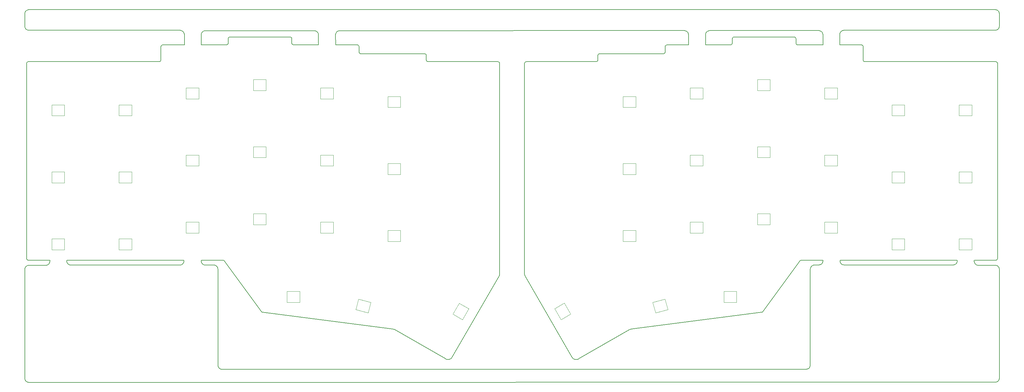
<source format=gm1>
G04 #@! TF.GenerationSoftware,KiCad,Pcbnew,8.0.5*
G04 #@! TF.CreationDate,2024-09-23T11:12:13+08:00*
G04 #@! TF.ProjectId,corne-cherry,636f726e-652d-4636-9865-7272792e6b69,3.0.1*
G04 #@! TF.SameCoordinates,Original*
G04 #@! TF.FileFunction,Profile,NP*
%FSLAX46Y46*%
G04 Gerber Fmt 4.6, Leading zero omitted, Abs format (unit mm)*
G04 Created by KiCad (PCBNEW 8.0.5) date 2024-09-23 11:12:13*
%MOMM*%
%LPD*%
G01*
G04 APERTURE LIST*
G04 #@! TA.AperFunction,Profile*
%ADD10C,0.200000*%
G04 #@! TD*
%ADD11C,0.200000*%
G04 #@! TA.AperFunction,Profile*
%ADD12C,0.120000*%
G04 #@! TD*
G04 APERTURE END LIST*
D10*
X17807500Y-83020309D02*
X17812500Y-83250000D01*
X17812500Y-83250000D02*
X17812300Y-83252000D01*
X17812300Y-83252000D02*
X17812300Y-83252000D01*
X17812300Y-83252000D02*
X17789600Y-83483000D01*
X17789600Y-83483000D02*
X17789600Y-83483000D01*
X17789600Y-83483000D02*
X17789600Y-83483000D01*
X17789600Y-83483000D02*
X17789600Y-83484000D01*
X17789600Y-83484000D02*
X17788600Y-83488000D01*
X17788600Y-83488000D02*
X17787700Y-83493000D01*
X17787700Y-83493000D02*
X17720800Y-83714000D01*
X17720800Y-83714000D02*
X17720600Y-83715000D01*
X17720600Y-83715000D02*
X17718800Y-83719000D01*
X17718800Y-83719000D02*
X17717000Y-83724000D01*
X17717000Y-83724000D02*
X17608200Y-83928000D01*
X17608200Y-83928000D02*
X17607900Y-83929000D01*
X17607900Y-83929000D02*
X17605400Y-83932000D01*
X17605400Y-83932000D02*
X17602800Y-83936000D01*
X17602800Y-83936000D02*
X17456400Y-84116000D01*
X17456400Y-84116000D02*
X17456400Y-84116000D01*
X17456400Y-84116000D02*
X17456400Y-84116000D01*
X17456400Y-84116000D02*
X17455900Y-84116000D01*
X17455900Y-84116000D02*
X17452700Y-84120000D01*
X17452700Y-84120000D02*
X17449500Y-84123000D01*
X17449500Y-84123000D02*
X17270900Y-84271000D01*
X17270900Y-84271000D02*
X17270400Y-84271000D01*
X17270400Y-84271000D02*
X17266600Y-84273000D01*
X17266600Y-84273000D02*
X17262800Y-84276000D01*
X17262800Y-84276000D02*
X17059000Y-84386000D01*
X17059000Y-84386000D02*
X17059000Y-84386000D01*
X17059000Y-84386000D02*
X17059000Y-84386000D01*
X17059000Y-84386000D02*
X17058300Y-84387000D01*
X17058300Y-84387000D02*
X17054200Y-84388000D01*
X17054200Y-84388000D02*
X17050000Y-84390000D01*
X17050000Y-84390000D02*
X16828600Y-84459000D01*
X16828600Y-84459000D02*
X16827900Y-84459000D01*
X16827900Y-84459000D02*
X16823500Y-84460000D01*
X16823500Y-84460000D02*
X16819000Y-84460000D01*
X16819000Y-84460000D02*
X16588500Y-84485000D01*
X16588500Y-84485000D02*
X16587800Y-84485000D01*
X16587800Y-84485000D02*
X16585600Y-84485000D01*
X16585600Y-84485000D02*
X16583500Y-84485000D01*
X16583500Y-84485000D02*
X16577500Y-84485000D01*
X16577500Y-84485000D02*
X16577400Y-84485000D01*
X16577400Y-84485000D02*
X11825200Y-84485000D01*
X11825200Y-84485000D02*
X11819400Y-84485000D01*
X11819400Y-84485000D02*
X11596300Y-84508000D01*
X11596300Y-84508000D02*
X11384300Y-84574000D01*
X11384300Y-84574000D02*
X11189100Y-84680000D01*
X11189100Y-84680000D02*
X11018000Y-84821000D01*
X11018000Y-84821000D02*
X10877800Y-84993000D01*
X10877800Y-84993000D02*
X10773600Y-85189000D01*
X10773600Y-85189000D02*
X10709400Y-85402000D01*
X10709400Y-85402000D02*
X10687500Y-85625000D01*
X10687500Y-116497000D02*
X10687500Y-116503000D01*
X10687500Y-116503000D02*
X10711000Y-116726000D01*
X10711000Y-116726000D02*
X10776600Y-116938000D01*
X10776600Y-116938000D02*
X10882200Y-117133000D01*
X10882200Y-117133000D02*
X11023600Y-117304000D01*
X11023600Y-117304000D02*
X11195700Y-117445000D01*
X11195700Y-117445000D02*
X11391600Y-117549000D01*
X11391600Y-117549000D02*
X11604100Y-117613000D01*
X11604100Y-117613000D02*
X11827400Y-117635000D01*
X11827400Y-117635000D02*
X285057500Y-117626000D01*
X285055500Y-12038500D02*
X11825200Y-12047500D01*
X11825200Y-12047500D02*
X11819400Y-12047500D01*
X11819400Y-12047500D02*
X11596300Y-12071000D01*
X11596300Y-12071000D02*
X11384300Y-12136600D01*
X11384300Y-12136600D02*
X11189100Y-12242200D01*
X11189100Y-12242200D02*
X11018000Y-12383700D01*
X11018000Y-12383700D02*
X10877800Y-12555700D01*
X10877800Y-12555700D02*
X10773600Y-12751600D01*
X10773600Y-12751600D02*
X10709400Y-12964100D01*
X10709400Y-12964100D02*
X10687500Y-13187500D01*
X10687500Y-13187500D02*
X10687500Y-16747300D01*
X10687500Y-16747300D02*
X10687500Y-16753100D01*
X10687500Y-16753100D02*
X10711000Y-16976200D01*
X10711000Y-16976200D02*
X10776600Y-17188200D01*
X10776600Y-17188200D02*
X10882200Y-17383500D01*
X10882200Y-17383500D02*
X11023600Y-17554500D01*
X11023600Y-17554500D02*
X11195700Y-17694800D01*
X11195700Y-17694800D02*
X11391600Y-17799000D01*
X11391600Y-17799000D02*
X11604100Y-17863100D01*
X11604100Y-17863100D02*
X11827400Y-17885000D01*
X11827400Y-17885000D02*
X54577400Y-17885000D01*
X54577400Y-17885000D02*
X54579900Y-17885300D01*
X54579900Y-17885300D02*
X54579900Y-17885300D01*
X54579900Y-17885300D02*
X54810500Y-17907900D01*
X54810500Y-17907900D02*
X54810500Y-17907900D01*
X54810500Y-17907900D02*
X54810500Y-17907900D01*
X54810500Y-17907900D02*
X54811200Y-17907900D01*
X54811200Y-17907900D02*
X54815600Y-17908900D01*
X54815600Y-17908900D02*
X54820100Y-17909800D01*
X54820100Y-17909800D02*
X55042000Y-17976800D01*
X55042000Y-17976800D02*
X55042600Y-17977000D01*
X55042600Y-17977000D02*
X55046800Y-17978700D01*
X55046800Y-17978700D02*
X55051000Y-17980500D01*
X55051000Y-17980500D02*
X55255600Y-18089300D01*
X55255600Y-18089300D02*
X55255600Y-18089300D01*
X55255600Y-18089300D02*
X55255600Y-18089300D01*
X55255600Y-18089300D02*
X55256200Y-18089600D01*
X55256200Y-18089600D02*
X55260000Y-18092200D01*
X55260000Y-18092200D02*
X55263800Y-18094700D01*
X55263800Y-18094700D02*
X55443400Y-18241200D01*
X55443400Y-18241200D02*
X55443900Y-18241600D01*
X55443900Y-18241600D02*
X55447000Y-18244800D01*
X55447000Y-18244800D02*
X55450300Y-18248000D01*
X55450300Y-18248000D02*
X55598000Y-18426600D01*
X55598000Y-18426600D02*
X55598400Y-18427100D01*
X55598400Y-18427100D02*
X55600900Y-18430900D01*
X55600900Y-18430900D02*
X55603500Y-18434700D01*
X55603500Y-18434700D02*
X55713700Y-18638600D01*
X55713700Y-18638600D02*
X55713700Y-18638600D01*
X55713700Y-18638600D02*
X55713700Y-18638600D01*
X55713700Y-18638600D02*
X55714000Y-18639200D01*
X55714000Y-18639200D02*
X55715700Y-18643400D01*
X55715700Y-18643400D02*
X55717500Y-18647600D01*
X55717500Y-18647600D02*
X55786000Y-18869000D01*
X55786000Y-18869000D02*
X55786200Y-18869600D01*
X55786200Y-18869600D02*
X55787100Y-18874100D01*
X55787100Y-18874100D02*
X55788000Y-18878500D01*
X55788000Y-18878500D02*
X55812200Y-19109000D01*
X55812200Y-19109000D02*
X55812300Y-19109700D01*
X55812300Y-19109700D02*
X55812200Y-19111900D01*
X55812200Y-19111900D02*
X55812500Y-19114100D01*
X55812500Y-19114100D02*
X55812500Y-19120000D01*
X55812500Y-19120000D02*
X55812500Y-19120100D01*
X55812500Y-19120100D02*
X55817500Y-22020252D01*
X60557500Y-83021073D02*
X60562500Y-83247000D01*
X60562500Y-83247000D02*
X60562500Y-83253000D01*
X60562500Y-83253000D02*
X60586000Y-83476000D01*
X60586000Y-83476000D02*
X60651600Y-83688000D01*
X60651600Y-83688000D02*
X60757200Y-83883000D01*
X60757200Y-83883000D02*
X60898600Y-84054000D01*
X60898600Y-84054000D02*
X61070700Y-84195000D01*
X61070700Y-84195000D02*
X61266600Y-84299000D01*
X61266600Y-84299000D02*
X61479100Y-84363000D01*
X61479100Y-84363000D02*
X61702400Y-84385000D01*
X61702400Y-84385000D02*
X64077400Y-84385000D01*
X64077400Y-84385000D02*
X64079900Y-84385000D01*
X64079900Y-84385000D02*
X64079900Y-84385000D01*
X64079900Y-84385000D02*
X64310500Y-84408000D01*
X64310500Y-84408000D02*
X64310500Y-84408000D01*
X64310500Y-84408000D02*
X64310500Y-84408000D01*
X64310500Y-84408000D02*
X64311200Y-84408000D01*
X64311200Y-84408000D02*
X64315600Y-84409000D01*
X64315600Y-84409000D02*
X64320100Y-84410000D01*
X64320100Y-84410000D02*
X64542000Y-84477000D01*
X64542000Y-84477000D02*
X64542599Y-84477000D01*
X64542599Y-84477000D02*
X64546800Y-84479000D01*
X64546800Y-84479000D02*
X64551000Y-84480000D01*
X64551000Y-84480000D02*
X64755600Y-84589000D01*
X64755600Y-84589000D02*
X64755600Y-84589000D01*
X64755600Y-84589000D02*
X64755600Y-84589000D01*
X64755600Y-84589000D02*
X64756199Y-84590000D01*
X64756199Y-84590000D02*
X64759999Y-84592000D01*
X64759999Y-84592000D02*
X64763800Y-84595000D01*
X64763800Y-84595000D02*
X64943400Y-84741000D01*
X64943400Y-84741000D02*
X64943900Y-84742000D01*
X64943900Y-84742000D02*
X64947000Y-84745000D01*
X64947000Y-84745000D02*
X64950300Y-84748000D01*
X64950300Y-84748000D02*
X65098000Y-84927000D01*
X65098000Y-84927000D02*
X65098400Y-84927000D01*
X65098400Y-84927000D02*
X65100900Y-84931000D01*
X65100900Y-84931000D02*
X65103500Y-84935000D01*
X65103500Y-84935000D02*
X65213700Y-85139000D01*
X65213700Y-85139000D02*
X65213700Y-85139000D01*
X65213700Y-85139000D02*
X65213700Y-85139000D01*
X65213700Y-85139000D02*
X65214000Y-85139000D01*
X65214000Y-85139000D02*
X65215700Y-85143000D01*
X65215700Y-85143000D02*
X65217500Y-85148000D01*
X65217500Y-85148000D02*
X65286000Y-85369000D01*
X65286000Y-85369000D02*
X65286200Y-85370000D01*
X65286200Y-85370000D02*
X65287100Y-85374000D01*
X65287100Y-85374000D02*
X65288000Y-85379000D01*
X65288000Y-85379000D02*
X65312200Y-85609000D01*
X65312200Y-85609000D02*
X65312300Y-85610000D01*
X65312300Y-85610000D02*
X65312200Y-85612000D01*
X65312200Y-85612000D02*
X65312500Y-85614000D01*
X65312500Y-85614000D02*
X65312500Y-85620000D01*
X65312500Y-85620000D02*
X65312500Y-85620000D01*
X65312500Y-85620000D02*
X65312500Y-112797000D01*
X65312500Y-112797000D02*
X65312500Y-112803000D01*
X65312500Y-112803000D02*
X65336000Y-113026000D01*
X65336000Y-113026000D02*
X65401600Y-113238000D01*
X65401600Y-113238000D02*
X65507200Y-113433000D01*
X65507200Y-113433000D02*
X65648600Y-113604000D01*
X65648600Y-113604000D02*
X65820700Y-113745000D01*
X65820700Y-113745000D02*
X66016600Y-113849000D01*
X66016600Y-113849000D02*
X66229100Y-113913000D01*
X66229100Y-113913000D02*
X66452400Y-113935000D01*
X66454500Y-113934000D02*
X231619500Y-113926000D01*
X197180500Y-17976000D02*
X99700500Y-17985000D01*
X99700500Y-17985000D02*
X99694500Y-17985000D01*
X99694500Y-17985000D02*
X99471500Y-18008500D01*
X99471500Y-18008500D02*
X99259500Y-18074100D01*
X99259500Y-18074100D02*
X99064500Y-18179700D01*
X99064500Y-18179700D02*
X98893500Y-18321200D01*
X98893500Y-18321200D02*
X98752500Y-18493200D01*
X98752500Y-18493200D02*
X98648500Y-18689100D01*
X98648500Y-18689100D02*
X98584500Y-18901600D01*
X98584500Y-18901600D02*
X98562500Y-19125000D01*
X98562500Y-19125000D02*
X98567500Y-22018729D01*
X22567500Y-83020309D02*
X22562500Y-83247000D01*
X22562500Y-83247000D02*
X22562500Y-83253000D01*
X22562500Y-83253000D02*
X22586000Y-83476000D01*
X22586000Y-83476000D02*
X22651600Y-83688000D01*
X22651600Y-83688000D02*
X22757200Y-83883000D01*
X22757200Y-83883000D02*
X22898600Y-84054000D01*
X22898600Y-84054000D02*
X23070700Y-84195000D01*
X23070700Y-84195000D02*
X23266600Y-84299000D01*
X23266600Y-84299000D02*
X23479100Y-84363000D01*
X23479100Y-84363000D02*
X23702400Y-84385000D01*
X23702400Y-84385000D02*
X54574800Y-84385000D01*
X54574800Y-84385000D02*
X54580600Y-84385000D01*
X54580600Y-84385000D02*
X54803700Y-84362000D01*
X54803700Y-84362000D02*
X55015700Y-84296000D01*
X55015700Y-84296000D02*
X55210900Y-84190000D01*
X55210900Y-84190000D02*
X55382000Y-84049000D01*
X55382000Y-84049000D02*
X55522200Y-83877000D01*
X55522200Y-83877000D02*
X55626400Y-83681000D01*
X55626400Y-83681000D02*
X55690600Y-83468000D01*
X55690600Y-83468000D02*
X55712500Y-83245000D01*
X55712500Y-83245000D02*
X55717500Y-83020309D01*
X93727500Y-22020252D02*
X93712500Y-19122700D01*
X93712500Y-19122700D02*
X93712500Y-19116900D01*
X93712500Y-19116900D02*
X93689000Y-18893800D01*
X93689000Y-18893800D02*
X93623400Y-18681800D01*
X93623400Y-18681800D02*
X93517800Y-18486600D01*
X93517800Y-18486600D02*
X93376300Y-18315600D01*
X93376300Y-18315600D02*
X93204300Y-18175300D01*
X93204300Y-18175300D02*
X93008400Y-18071100D01*
X93008400Y-18071100D02*
X92795900Y-18006900D01*
X92795900Y-18006900D02*
X92572600Y-17985000D01*
X92572600Y-17985000D02*
X61700200Y-17985000D01*
X61700200Y-17985000D02*
X61694400Y-17985000D01*
X61694400Y-17985000D02*
X61471300Y-18008500D01*
X61471300Y-18008500D02*
X61259300Y-18074100D01*
X61259300Y-18074100D02*
X61064100Y-18179700D01*
X61064100Y-18179700D02*
X60893000Y-18321200D01*
X60893000Y-18321200D02*
X60752800Y-18493200D01*
X60752800Y-18493200D02*
X60648600Y-18689100D01*
X60648600Y-18689100D02*
X60584400Y-18901600D01*
X60584400Y-18901600D02*
X60562500Y-19125000D01*
X60562500Y-19125000D02*
X60577500Y-22018729D01*
X10687500Y-85625000D02*
X10687500Y-116497000D01*
X236317500Y-22026729D02*
X236319500Y-19113700D01*
X236319500Y-19113700D02*
X236319500Y-19107900D01*
X236319500Y-19107900D02*
X236296500Y-18884800D01*
X236296500Y-18884800D02*
X236230500Y-18672800D01*
X236230500Y-18672800D02*
X236125500Y-18477600D01*
X236125500Y-18477600D02*
X235983500Y-18306600D01*
X235983500Y-18306600D02*
X235811500Y-18166300D01*
X235811500Y-18166300D02*
X235615500Y-18062100D01*
X235615500Y-18062100D02*
X235403500Y-17997900D01*
X235403500Y-17997900D02*
X235180500Y-17976000D01*
X235180500Y-17976000D02*
X204307500Y-17976000D01*
X204307500Y-17976000D02*
X204301500Y-17976000D01*
X204301500Y-17976000D02*
X204078500Y-17999500D01*
X204078500Y-17999500D02*
X203866500Y-18065100D01*
X203866500Y-18065100D02*
X203671500Y-18170700D01*
X203671500Y-18170700D02*
X203500500Y-18312200D01*
X203500500Y-18312200D02*
X203360500Y-18484200D01*
X203360500Y-18484200D02*
X203256500Y-18680100D01*
X203256500Y-18680100D02*
X203191500Y-18892600D01*
X203191500Y-18892600D02*
X203170500Y-19116000D01*
X203170500Y-19116000D02*
X203167500Y-22028252D01*
X280302500Y-84476000D02*
X280071500Y-84453000D01*
X285864500Y-117290000D02*
X286004500Y-117118000D01*
X197811500Y-18166300D02*
X197615500Y-18062100D01*
X197983500Y-18306600D02*
X197811500Y-18166300D01*
X286194500Y-85608000D02*
X286195500Y-116486000D01*
X198327500Y-22026729D02*
X198319500Y-19113700D01*
X198319500Y-19113700D02*
X198319500Y-19107900D01*
X198319500Y-19107900D02*
X198296500Y-18884800D01*
X198296500Y-18884800D02*
X198230500Y-18672800D01*
X198230500Y-18672800D02*
X198125500Y-18477600D01*
X198125500Y-18477600D02*
X197983500Y-18306600D01*
X197615500Y-18062100D02*
X197403500Y-17997900D01*
X197403500Y-17997900D02*
X197180500Y-17976000D01*
X241177500Y-83027309D02*
X241170500Y-83238000D01*
X241170500Y-83238000D02*
X241170500Y-83244000D01*
X241170500Y-83244000D02*
X241193500Y-83467000D01*
X241193500Y-83467000D02*
X241259500Y-83679000D01*
X241259500Y-83679000D02*
X241364500Y-83874000D01*
X241364500Y-83874000D02*
X241506500Y-84045000D01*
X241506500Y-84045000D02*
X241678500Y-84186000D01*
X241678500Y-84186000D02*
X241874500Y-84290000D01*
X241874500Y-84290000D02*
X242086500Y-84354000D01*
X242086500Y-84354000D02*
X242309500Y-84376000D01*
X242309500Y-84376000D02*
X273182500Y-84376000D01*
X273182500Y-84376000D02*
X273188500Y-84376000D01*
X273188500Y-84376000D02*
X273411500Y-84353000D01*
X273411500Y-84353000D02*
X273623500Y-84287000D01*
X273623500Y-84287000D02*
X273818500Y-84181000D01*
X273818500Y-84181000D02*
X273989500Y-84040000D01*
X273989500Y-84040000D02*
X274129500Y-83868000D01*
X274129500Y-83868000D02*
X274233500Y-83672000D01*
X274233500Y-83672000D02*
X274298500Y-83459000D01*
X274298500Y-83459000D02*
X274319500Y-83236000D01*
X274319500Y-83236000D02*
X274327500Y-83027309D01*
X231619500Y-113926000D02*
X231625500Y-113926000D01*
X231625500Y-113926000D02*
X231848500Y-113903000D01*
X231848500Y-113903000D02*
X232060500Y-113837000D01*
X232060500Y-113837000D02*
X232255500Y-113731000D01*
X232255500Y-113731000D02*
X232426500Y-113590000D01*
X232426500Y-113590000D02*
X232567500Y-113418000D01*
X232567500Y-113418000D02*
X232671500Y-113222000D01*
X232671500Y-113222000D02*
X232735500Y-113009000D01*
X232735500Y-113009000D02*
X232757500Y-112786000D01*
X232757500Y-112786000D02*
X232757500Y-85611000D01*
X232757500Y-85611000D02*
X232757500Y-85609000D01*
X232757500Y-85609000D02*
X232757500Y-85609000D01*
X232757500Y-85609000D02*
X232780500Y-85378000D01*
X232780500Y-85378000D02*
X232780500Y-85378000D01*
X232780500Y-85378000D02*
X232780500Y-85378000D01*
X232780500Y-85378000D02*
X232780500Y-85377000D01*
X232780500Y-85377000D02*
X232781500Y-85373000D01*
X232781500Y-85373000D02*
X232782500Y-85368000D01*
X232782500Y-85368000D02*
X232849500Y-85147000D01*
X232849500Y-85147000D02*
X232849500Y-85146000D01*
X232849500Y-85146000D02*
X232851500Y-85142000D01*
X232851500Y-85142000D02*
X232852500Y-85138000D01*
X232852500Y-85138000D02*
X232961500Y-84933000D01*
X232961500Y-84933000D02*
X232961500Y-84933000D01*
X232961500Y-84933000D02*
X232961500Y-84933000D01*
X232961500Y-84933000D02*
X232962500Y-84932000D01*
X232962500Y-84932000D02*
X232964500Y-84929000D01*
X232964500Y-84929000D02*
X232967500Y-84925000D01*
X232967500Y-84925000D02*
X233113500Y-84745000D01*
X233113500Y-84745000D02*
X233114500Y-84745000D01*
X233114500Y-84745000D02*
X233117500Y-84741000D01*
X233117500Y-84741000D02*
X233120500Y-84738000D01*
X233120500Y-84738000D02*
X233299500Y-84591000D01*
X233299500Y-84591000D02*
X233299500Y-84590000D01*
X233299500Y-84590000D02*
X233303500Y-84588000D01*
X233303500Y-84588000D02*
X233307500Y-84585000D01*
X233307500Y-84585000D02*
X233511500Y-84475000D01*
X233511500Y-84475000D02*
X233511500Y-84475000D01*
X233511500Y-84475000D02*
X233511500Y-84475000D01*
X233511500Y-84475000D02*
X233511500Y-84474000D01*
X233511500Y-84474000D02*
X233515500Y-84473000D01*
X233515500Y-84473000D02*
X233520500Y-84471000D01*
X233520500Y-84471000D02*
X233741500Y-84403000D01*
X233741500Y-84403000D02*
X233741500Y-84403000D01*
X233741500Y-84403000D02*
X233742500Y-84402000D01*
X233742500Y-84402000D02*
X233746500Y-84401000D01*
X233746500Y-84401000D02*
X233750500Y-84401000D01*
X233750500Y-84401000D02*
X233981500Y-84376000D01*
X233981500Y-84376000D02*
X233982500Y-84376000D01*
X233982500Y-84376000D02*
X233984500Y-84376000D01*
X233984500Y-84376000D02*
X233986500Y-84376000D01*
X233986500Y-84376000D02*
X233992500Y-84376000D01*
X233992500Y-84376000D02*
X233992500Y-84376000D01*
X233992500Y-84376000D02*
X235182500Y-84376000D01*
X235182500Y-84376000D02*
X235188500Y-84376000D01*
X235188500Y-84376000D02*
X235411500Y-84353000D01*
X235411500Y-84353000D02*
X235623500Y-84287000D01*
X235623500Y-84287000D02*
X235818500Y-84181000D01*
X235818500Y-84181000D02*
X235989500Y-84040000D01*
X235989500Y-84040000D02*
X236129500Y-83868000D01*
X236129500Y-83868000D02*
X236233500Y-83672000D01*
X236233500Y-83672000D02*
X236298500Y-83459000D01*
X236298500Y-83459000D02*
X236320500Y-83236000D01*
X236320500Y-83236000D02*
X236327500Y-83028073D01*
X241092500Y-18877300D02*
X241093500Y-18872900D01*
X241093500Y-18872900D02*
X241094500Y-18868400D01*
X241094500Y-18868400D02*
X241161500Y-18646500D01*
X241161500Y-18646500D02*
X241161500Y-18645900D01*
X241161500Y-18645900D02*
X241163500Y-18641700D01*
X241163500Y-18641700D02*
X241165500Y-18637500D01*
X241165500Y-18637500D02*
X241274500Y-18432900D01*
X241274500Y-18432900D02*
X241274500Y-18432900D01*
X241274500Y-18432900D02*
X241274500Y-18432900D01*
X241274500Y-18432900D02*
X241274500Y-18432300D01*
X241274500Y-18432300D02*
X241277500Y-18428500D01*
X241277500Y-18428500D02*
X241279500Y-18424800D01*
X241279500Y-18424800D02*
X241426500Y-18245200D01*
X241426500Y-18245200D02*
X241426500Y-18244600D01*
X241426500Y-18244600D02*
X241429500Y-18241500D01*
X241429500Y-18241500D02*
X241433500Y-18238200D01*
X241433500Y-18238200D02*
X241611500Y-18090500D01*
X241611500Y-18090500D02*
X241612500Y-18090100D01*
X241612500Y-18090100D02*
X241615500Y-18087600D01*
X241615500Y-18087600D02*
X241619500Y-18085100D01*
X241619500Y-18085100D02*
X241823500Y-17974800D01*
X241823500Y-17974800D02*
X241823500Y-17974800D01*
X241823500Y-17974800D02*
X241823500Y-17974800D01*
X241823500Y-17974800D02*
X241824500Y-17974500D01*
X241824500Y-17974500D02*
X241828500Y-17972800D01*
X241828500Y-17972800D02*
X241832500Y-17971000D01*
X241832500Y-17971000D02*
X242053500Y-17902500D01*
X242053500Y-17902500D02*
X242053500Y-17902500D01*
X242053500Y-17902500D02*
X242054500Y-17902300D01*
X242054500Y-17902300D02*
X242059500Y-17901500D01*
X242059500Y-17901500D02*
X242063500Y-17900500D01*
X242063500Y-17900500D02*
X242293500Y-17876300D01*
X242293500Y-17876300D02*
X242294500Y-17876300D01*
X242294500Y-17876300D02*
X242296500Y-17876300D01*
X242296500Y-17876300D02*
X242299500Y-17876000D01*
X242299500Y-17876000D02*
X242304500Y-17876000D01*
X242304500Y-17876000D02*
X242305500Y-17876000D01*
X242305500Y-17876000D02*
X285057500Y-17876000D01*
X285057500Y-17876000D02*
X285063500Y-17876000D01*
X285063500Y-17876000D02*
X285286500Y-17852600D01*
X285286500Y-17852600D02*
X285498500Y-17786900D01*
X285498500Y-17786900D02*
X285693500Y-17681400D01*
X285693500Y-17681400D02*
X285864500Y-17539900D01*
X285864500Y-17539900D02*
X286004500Y-17367900D01*
X286004500Y-17367900D02*
X286108500Y-17171900D01*
X286108500Y-17171900D02*
X286173500Y-16959400D01*
X286173500Y-16959400D02*
X286195500Y-16736100D01*
X286195500Y-16736100D02*
X286194500Y-13176200D01*
X286194500Y-13176200D02*
X286194500Y-13170400D01*
X286194500Y-13170400D02*
X286171500Y-12947300D01*
X286171500Y-12947300D02*
X286105500Y-12735300D01*
X286105500Y-12735300D02*
X286000500Y-12540100D01*
X286000500Y-12540100D02*
X285858500Y-12369100D01*
X285858500Y-12369100D02*
X285686500Y-12228800D01*
X285686500Y-12228800D02*
X285490500Y-12124600D01*
X285490500Y-12124600D02*
X285278500Y-12060400D01*
X285278500Y-12060400D02*
X285055500Y-12038500D01*
X241077500Y-22028252D02*
X241069500Y-19111100D01*
X241069500Y-19111100D02*
X241070500Y-19108600D01*
X241070500Y-19108600D02*
X241092500Y-18878000D01*
X241092500Y-18878000D02*
X241092500Y-18878000D01*
X241092500Y-18878000D02*
X241092500Y-18878000D01*
X241092500Y-18878000D02*
X241092500Y-18877300D01*
X279070500Y-83251000D02*
X279070500Y-83249000D01*
X279070500Y-83249000D02*
X279070500Y-83247000D01*
X279070500Y-83247000D02*
X279070500Y-83241000D01*
X279070500Y-83241000D02*
X279069500Y-83241000D01*
X279069500Y-83241000D02*
X279077500Y-83028073D01*
X279165500Y-83713000D02*
X279096500Y-83492000D01*
X279096500Y-83492000D02*
X279096500Y-83491000D01*
X279096500Y-83491000D02*
X279095500Y-83487000D01*
X279095500Y-83487000D02*
X279094500Y-83483000D01*
X279094500Y-83483000D02*
X279070500Y-83252000D01*
X279070500Y-83252000D02*
X279070500Y-83251000D01*
X285057500Y-117626000D02*
X285063500Y-117626000D01*
X285063500Y-117626000D02*
X285286500Y-117603000D01*
X285286500Y-117603000D02*
X285498500Y-117537000D01*
X285498500Y-117537000D02*
X285693500Y-117431000D01*
X285693500Y-117431000D02*
X285864500Y-117290000D01*
X286004500Y-117118000D02*
X286108500Y-116922000D01*
X286108500Y-116922000D02*
X286173500Y-116709000D01*
X286173500Y-116709000D02*
X286195500Y-116486000D01*
X286194500Y-85608000D02*
X286171500Y-85385000D01*
X286171500Y-85385000D02*
X286105500Y-85173000D01*
X286105500Y-85173000D02*
X286000500Y-84978000D01*
X286000500Y-84978000D02*
X285858500Y-84807000D01*
X285858500Y-84807000D02*
X285686500Y-84666000D01*
X285686500Y-84666000D02*
X285490500Y-84562000D01*
X285490500Y-84562000D02*
X285278500Y-84498000D01*
X285278500Y-84498000D02*
X285055500Y-84476000D01*
X285055500Y-84476000D02*
X280305500Y-84476000D01*
X280305500Y-84476000D02*
X280302500Y-84476000D01*
X280302500Y-84476000D02*
X280302500Y-84476000D01*
X280071500Y-84453000D02*
X280071500Y-84453000D01*
X280071500Y-84453000D02*
X280071500Y-84453000D01*
X280071500Y-84453000D02*
X280071500Y-84453000D01*
X280071500Y-84453000D02*
X280066500Y-84452000D01*
X280066500Y-84452000D02*
X280062500Y-84451000D01*
X280062500Y-84451000D02*
X279840500Y-84384000D01*
X279840500Y-84384000D02*
X279839500Y-84384000D01*
X279839500Y-84384000D02*
X279835500Y-84382000D01*
X279835500Y-84382000D02*
X279831500Y-84381000D01*
X279831500Y-84381000D02*
X279626500Y-84272000D01*
X279626500Y-84272000D02*
X279626500Y-84272000D01*
X279626500Y-84272000D02*
X279626500Y-84271000D01*
X279626500Y-84271000D02*
X279622500Y-84269000D01*
X279622500Y-84269000D02*
X279618500Y-84266000D01*
X279618500Y-84266000D02*
X279439500Y-84120000D01*
X279439500Y-84120000D02*
X279439500Y-84120000D01*
X279439500Y-84120000D02*
X279439500Y-84120000D01*
X279439500Y-84120000D02*
X279438500Y-84119000D01*
X279438500Y-84119000D02*
X279435500Y-84116000D01*
X279435500Y-84116000D02*
X279432500Y-84113000D01*
X279432500Y-84113000D02*
X279284500Y-83934000D01*
X279284500Y-83934000D02*
X279284500Y-83934000D01*
X279284500Y-83934000D02*
X279281500Y-83930000D01*
X279281500Y-83930000D02*
X279279500Y-83926000D01*
X279279500Y-83926000D02*
X279168500Y-83722000D01*
X279168500Y-83722000D02*
X279168500Y-83722000D01*
X279168500Y-83722000D02*
X279168500Y-83722000D01*
X279168500Y-83722000D02*
X279168500Y-83722000D01*
X279168500Y-83722000D02*
X279166500Y-83718000D01*
X279166500Y-83718000D02*
X279165500Y-83713000D01*
D11*
X181629500Y-102678000D02*
X181831194Y-102623772D01*
X182035714Y-102581995D01*
X182242483Y-102552784D01*
X182284056Y-102548460D01*
X152181791Y-87625717D02*
X152092308Y-87446848D01*
X152016826Y-87232231D01*
X151970652Y-87009589D01*
X151954558Y-86781896D01*
X151954700Y-86753228D01*
D10*
X191706177Y-24025707D02*
X191706177Y-22527109D01*
X173204835Y-24526087D02*
X191205797Y-24526087D01*
D11*
X151954700Y-27278174D02*
X152004025Y-27061480D01*
X152136643Y-26892482D01*
X152329668Y-26794061D01*
X152454583Y-26778301D01*
D10*
X151955216Y-27276904D02*
X151955216Y-86750945D01*
X241177500Y-83027309D02*
X274327500Y-83027309D01*
X285704628Y-27278174D02*
X285706404Y-82526930D01*
X248205881Y-26776525D02*
X285204501Y-26778301D01*
X211205737Y-19776292D02*
X228205940Y-19776292D01*
X210705358Y-21526350D02*
X210705358Y-20276671D01*
X192206556Y-22026729D02*
X198327500Y-22026729D01*
X181629500Y-102678000D02*
X167335417Y-110939084D01*
X172706995Y-25026466D02*
X172704713Y-26278179D01*
D11*
X172704713Y-25028242D02*
X172753965Y-24811463D01*
X172886565Y-24642379D01*
X173079623Y-24543895D01*
X173204577Y-24528121D01*
D10*
X247705501Y-22527109D02*
X247705501Y-26276145D01*
X229206699Y-22026729D02*
X236317500Y-22026729D01*
X228706320Y-20276671D02*
X228706320Y-21526350D01*
X152455595Y-26776525D02*
X172204592Y-26778301D01*
D11*
X285704628Y-82528200D02*
X285655268Y-82744959D01*
X285522578Y-82913978D01*
X285329467Y-83012363D01*
X285204506Y-83028073D01*
X285204506Y-83028073D02*
X285204501Y-83028073D01*
X285204501Y-26778301D02*
X285421283Y-26827550D01*
X285590371Y-26960154D01*
X285688854Y-27153216D01*
X285704628Y-27278169D01*
X285704628Y-27278169D02*
X285704628Y-27278174D01*
X248204611Y-26778301D02*
X247987827Y-26729049D01*
X247818742Y-26596443D01*
X247720261Y-26403380D01*
X247704489Y-26278427D01*
X247704489Y-26278427D02*
X247704489Y-26278179D01*
X247204616Y-22028252D02*
X247421308Y-22077580D01*
X247590305Y-22210193D01*
X247688727Y-22403212D01*
X247704489Y-22528126D01*
X229204665Y-22028252D02*
X228987881Y-21979001D01*
X228818796Y-21846395D01*
X228720316Y-21653331D01*
X228704544Y-21528379D01*
X228704544Y-21528379D02*
X228704544Y-21528126D01*
X228204670Y-19778068D02*
X228421429Y-19827427D01*
X228590449Y-19960116D01*
X228688834Y-20153228D01*
X228704544Y-20278189D01*
X228704544Y-20278189D02*
X228704544Y-20278194D01*
X210704594Y-20278194D02*
X210753843Y-20061411D01*
X210886448Y-19892324D01*
X211079512Y-19793840D01*
X211204467Y-19778068D01*
X211204467Y-19778068D02*
X211204467Y-19778068D01*
X210704594Y-21528126D02*
X210655343Y-21744908D01*
X210522738Y-21913995D01*
X210329674Y-22012479D01*
X210204720Y-22028252D01*
X210204720Y-22028252D02*
X210204472Y-22028252D01*
X191704649Y-22528126D02*
X191753976Y-22311433D01*
X191886589Y-22142436D01*
X192079608Y-22044014D01*
X192204522Y-22028252D01*
X191704649Y-24028247D02*
X191655289Y-24245004D01*
X191522601Y-24414024D01*
X191329489Y-24512410D01*
X191204527Y-24528121D01*
D10*
X165407300Y-110559612D02*
X152181276Y-87627245D01*
D11*
X165410396Y-110564226D02*
X165407300Y-110559612D01*
X167335417Y-110939084D02*
X167151360Y-111043872D01*
X166958612Y-111117871D01*
X166760437Y-111161717D01*
X166560101Y-111176047D01*
X166295270Y-111150338D01*
X166040143Y-111074794D01*
X165859822Y-110986338D01*
X165692581Y-110871334D01*
X165541683Y-110730418D01*
X165410396Y-110564226D01*
D10*
X218954506Y-97778087D02*
X182284056Y-102548460D01*
D11*
X219308071Y-97631789D02*
X219134516Y-97744619D01*
X218954506Y-97778087D01*
D10*
X229851095Y-83174629D02*
X219308071Y-97631789D01*
D11*
X172704713Y-26278179D02*
X172655456Y-26494960D01*
X172522849Y-26664046D01*
X172329784Y-26762528D01*
X172204830Y-26778301D01*
X172204830Y-26778301D02*
X172204592Y-26778301D01*
D10*
X66690339Y-83020073D02*
X60557500Y-83021073D01*
X11690499Y-83020073D02*
X17807500Y-83020309D01*
X49690384Y-22020252D02*
X55817500Y-22020252D01*
X86690528Y-22020252D02*
X93727500Y-22020252D01*
D11*
X124690170Y-26770301D02*
X124690408Y-26770301D01*
X124190287Y-26270179D02*
X124239543Y-26486960D01*
X124372150Y-26656046D01*
X124565215Y-26754528D01*
X124690170Y-26770301D01*
D10*
X67043905Y-83166629D02*
X77586929Y-97623789D01*
X77940494Y-97770087D02*
X114610944Y-102540460D01*
D11*
X129559583Y-110931084D02*
X129743639Y-111035872D01*
X129936387Y-111109871D01*
X130134562Y-111153717D01*
X130334898Y-111168047D01*
X130599729Y-111142338D01*
X130854856Y-111066794D01*
X131035177Y-110978338D01*
X131202418Y-110863334D01*
X131353316Y-110722418D01*
X131484604Y-110556226D01*
X131484604Y-110556226D02*
X131487700Y-110551612D01*
D10*
X131487700Y-110551612D02*
X144713724Y-87619245D01*
D11*
X105190351Y-24020247D02*
X105239710Y-24237004D01*
X105372398Y-24406024D01*
X105565510Y-24504410D01*
X105690473Y-24520121D01*
X105190351Y-22520126D02*
X105141023Y-22303433D01*
X105008410Y-22134436D01*
X104815391Y-22036014D01*
X104690478Y-22020252D01*
X86690280Y-22020252D02*
X86690528Y-22020252D01*
X86190406Y-21520126D02*
X86239656Y-21736908D01*
X86372261Y-21905995D01*
X86565325Y-22004479D01*
X86690280Y-22020252D01*
X85690533Y-19770068D02*
X85690533Y-19770068D01*
X86190406Y-20270194D02*
X86141156Y-20053411D01*
X86008551Y-19884324D01*
X85815487Y-19785840D01*
X85690533Y-19770068D01*
X68190456Y-20270189D02*
X68190456Y-20270194D01*
X68690330Y-19770068D02*
X68473570Y-19819427D01*
X68304550Y-19952116D01*
X68206165Y-20145228D01*
X68190456Y-20270189D01*
X68190456Y-21520379D02*
X68190456Y-21520126D01*
X67690335Y-22020252D02*
X67907118Y-21971001D01*
X68076203Y-21838395D01*
X68174683Y-21645331D01*
X68190456Y-21520379D01*
X49690384Y-22020252D02*
X49473691Y-22069580D01*
X49304694Y-22202193D01*
X49206272Y-22395212D01*
X49190511Y-22520126D01*
X49190511Y-26270427D02*
X49190511Y-26270179D01*
X48690389Y-26770301D02*
X48907172Y-26721049D01*
X49076257Y-26588443D01*
X49174738Y-26395380D01*
X49190511Y-26270427D01*
X11190372Y-27270169D02*
X11190372Y-27270174D01*
X11690499Y-26770301D02*
X11473716Y-26819550D01*
X11304628Y-26952154D01*
X11206145Y-27145216D01*
X11190372Y-27270169D01*
X11690494Y-83020073D02*
X11690499Y-83020073D01*
X11190372Y-82520200D02*
X11239731Y-82736959D01*
X11372421Y-82905978D01*
X11565532Y-83004363D01*
X11690494Y-83020073D01*
D10*
X144439405Y-26768525D02*
X124690408Y-26770301D01*
X68190456Y-20270194D02*
X68188680Y-21518350D01*
X67688301Y-22018729D02*
X60577500Y-22018729D01*
X49189499Y-22519109D02*
X49189499Y-26268145D01*
D11*
X124190287Y-25020242D02*
X124141034Y-24803463D01*
X124008434Y-24634379D01*
X123815376Y-24535895D01*
X123690423Y-24520121D01*
D10*
X124188005Y-25018466D02*
X124190287Y-26270179D01*
X115265500Y-102670000D02*
X129559583Y-110931084D01*
X104688444Y-22018729D02*
X98567500Y-22018729D01*
X86189642Y-21518350D02*
X86189642Y-20268671D01*
X85689263Y-19768292D02*
X68689060Y-19768292D01*
X48689119Y-26768525D02*
X11690499Y-26770301D01*
X11190372Y-27270174D02*
X11188596Y-82518930D01*
X55717500Y-83020309D02*
X22567500Y-83020309D01*
X144939784Y-27268904D02*
X144939784Y-86742945D01*
D11*
X144940300Y-27270174D02*
X144890974Y-27053480D01*
X144758356Y-26884482D01*
X144565331Y-26786061D01*
X144440417Y-26770301D01*
D10*
X123690165Y-24518087D02*
X105689203Y-24518087D01*
X105188823Y-24017707D02*
X105188823Y-22519109D01*
D11*
X144713209Y-87617717D02*
X144802691Y-87438848D01*
X144878173Y-87224231D01*
X144924347Y-87001589D01*
X144940441Y-86773896D01*
X144940300Y-86745228D01*
X229851095Y-83174629D02*
X230024624Y-83061650D01*
X230204661Y-83028073D01*
X77586929Y-97623789D02*
X77760483Y-97736619D01*
X77940494Y-97770087D01*
X67043905Y-83166629D02*
X66870375Y-83053650D01*
X66690339Y-83020073D01*
X115265500Y-102670000D02*
X115063805Y-102615772D01*
X114859285Y-102573995D01*
X114652516Y-102544784D01*
X114610944Y-102540460D01*
D10*
X210204472Y-22028252D02*
X203167500Y-22028252D01*
X230204661Y-83028073D02*
X236327500Y-83028073D01*
X247204616Y-22028252D02*
X241077500Y-22028252D01*
X285204501Y-83028073D02*
X279077500Y-83028073D01*
D12*
X18307500Y-38980000D02*
X21907500Y-38980000D01*
X18307500Y-42080000D02*
X18307500Y-38980000D01*
X21907500Y-38980000D02*
X21907500Y-42080000D01*
X21907500Y-42080000D02*
X18307500Y-42080000D01*
X37307500Y-38980000D02*
X40907500Y-38980000D01*
X37307500Y-42080000D02*
X37307500Y-38980000D01*
X40907500Y-38980000D02*
X40907500Y-42080000D01*
X40907500Y-42080000D02*
X37307500Y-42080000D01*
X56307500Y-34230000D02*
X59907500Y-34230000D01*
X56307500Y-37330000D02*
X56307500Y-34230000D01*
X59907500Y-34230000D02*
X59907500Y-37330000D01*
X59907500Y-37330000D02*
X56307500Y-37330000D01*
X75307500Y-31855000D02*
X78907500Y-31855000D01*
X75307500Y-34955000D02*
X75307500Y-31855000D01*
X78907500Y-31855000D02*
X78907500Y-34955000D01*
X78907500Y-34955000D02*
X75307500Y-34955000D01*
X94307500Y-34230000D02*
X97907500Y-34230000D01*
X94307500Y-37330000D02*
X94307500Y-34230000D01*
X97907500Y-34230000D02*
X97907500Y-37330000D01*
X97907500Y-37330000D02*
X94307500Y-37330000D01*
X113307500Y-36605000D02*
X116907500Y-36605000D01*
X113307500Y-39705000D02*
X113307500Y-36605000D01*
X116907500Y-36605000D02*
X116907500Y-39705000D01*
X116907500Y-39705000D02*
X113307500Y-39705000D01*
X18307500Y-57980000D02*
X21907500Y-57980000D01*
X18307500Y-61080000D02*
X18307500Y-57980000D01*
X21907500Y-57980000D02*
X21907500Y-61080000D01*
X21907500Y-61080000D02*
X18307500Y-61080000D01*
X37307500Y-57980000D02*
X40907500Y-57980000D01*
X37307500Y-61080000D02*
X37307500Y-57980000D01*
X40907500Y-57980000D02*
X40907500Y-61080000D01*
X40907500Y-61080000D02*
X37307500Y-61080000D01*
X56307500Y-53230000D02*
X59907500Y-53230000D01*
X56307500Y-56330000D02*
X56307500Y-53230000D01*
X59907500Y-53230000D02*
X59907500Y-56330000D01*
X59907500Y-56330000D02*
X56307500Y-56330000D01*
X75307500Y-50855000D02*
X78907500Y-50855000D01*
X75307500Y-53955000D02*
X75307500Y-50855000D01*
X78907500Y-50855000D02*
X78907500Y-53955000D01*
X78907500Y-53955000D02*
X75307500Y-53955000D01*
X94307500Y-53230000D02*
X97907500Y-53230000D01*
X94307500Y-56330000D02*
X94307500Y-53230000D01*
X97907500Y-53230000D02*
X97907500Y-56330000D01*
X97907500Y-56330000D02*
X94307500Y-56330000D01*
X113307500Y-55605000D02*
X116907500Y-55605000D01*
X113307500Y-58705000D02*
X113307500Y-55605000D01*
X116907500Y-55605000D02*
X116907500Y-58705000D01*
X116907500Y-58705000D02*
X113307500Y-58705000D01*
X18307500Y-76980000D02*
X21907500Y-76980000D01*
X18307500Y-80080000D02*
X18307500Y-76980000D01*
X21907500Y-76980000D02*
X21907500Y-80080000D01*
X21907500Y-80080000D02*
X18307500Y-80080000D01*
X37307500Y-76980000D02*
X40907500Y-76980000D01*
X37307500Y-80080000D02*
X37307500Y-76980000D01*
X40907500Y-76980000D02*
X40907500Y-80080000D01*
X40907500Y-80080000D02*
X37307500Y-80080000D01*
X56307500Y-72230000D02*
X59907500Y-72230000D01*
X56307500Y-75330000D02*
X56307500Y-72230000D01*
X59907500Y-72230000D02*
X59907500Y-75330000D01*
X59907500Y-75330000D02*
X56307500Y-75330000D01*
X75307500Y-69855000D02*
X78907500Y-69855000D01*
X75307500Y-72955000D02*
X75307500Y-69855000D01*
X78907500Y-69855000D02*
X78907500Y-72955000D01*
X78907500Y-72955000D02*
X75307500Y-72955000D01*
X113307500Y-74605000D02*
X116907500Y-74605000D01*
X113307500Y-77705000D02*
X113307500Y-74605000D01*
X116907500Y-74605000D02*
X116907500Y-77705000D01*
X116907500Y-77705000D02*
X113307500Y-77705000D01*
X131728782Y-98313846D02*
X133528782Y-95196154D01*
X133528782Y-95196154D02*
X136213460Y-96746154D01*
X134413460Y-99863846D02*
X131728782Y-98313846D01*
X136213460Y-96746154D02*
X134413460Y-99863846D01*
X217807500Y-50855000D02*
X221407500Y-50855000D01*
X217807500Y-53955000D02*
X217807500Y-50855000D01*
X221407500Y-50855000D02*
X221407500Y-53955000D01*
X221407500Y-53955000D02*
X217807500Y-53955000D01*
X198807500Y-53230000D02*
X202407500Y-53230000D01*
X198807500Y-56330000D02*
X198807500Y-53230000D01*
X202407500Y-53230000D02*
X202407500Y-56330000D01*
X202407500Y-56330000D02*
X198807500Y-56330000D01*
X179807500Y-55605000D02*
X183407500Y-55605000D01*
X179807500Y-58705000D02*
X179807500Y-55605000D01*
X183407500Y-55605000D02*
X183407500Y-58705000D01*
X183407500Y-58705000D02*
X179807500Y-58705000D01*
X274807500Y-76980000D02*
X278407500Y-76980000D01*
X274807500Y-80080000D02*
X274807500Y-76980000D01*
X278407500Y-76980000D02*
X278407500Y-80080000D01*
X278407500Y-80080000D02*
X274807500Y-80080000D01*
X255807500Y-76980000D02*
X259407500Y-76980000D01*
X255807500Y-80080000D02*
X255807500Y-76980000D01*
X259407500Y-76980000D02*
X259407500Y-80080000D01*
X259407500Y-80080000D02*
X255807500Y-80080000D01*
X236807500Y-72230000D02*
X240407500Y-72230000D01*
X236807500Y-75330000D02*
X236807500Y-72230000D01*
X240407500Y-72230000D02*
X240407500Y-75330000D01*
X240407500Y-75330000D02*
X236807500Y-75330000D01*
X217807500Y-69855000D02*
X221407500Y-69855000D01*
X217807500Y-72955000D02*
X217807500Y-69855000D01*
X221407500Y-69855000D02*
X221407500Y-72955000D01*
X221407500Y-72955000D02*
X217807500Y-72955000D01*
X198807500Y-72230000D02*
X202407500Y-72230000D01*
X198807500Y-75330000D02*
X198807500Y-72230000D01*
X202407500Y-72230000D02*
X202407500Y-75330000D01*
X202407500Y-75330000D02*
X198807500Y-75330000D01*
X179807500Y-74605000D02*
X183407500Y-74605000D01*
X179807500Y-77705000D02*
X179807500Y-74605000D01*
X183407500Y-74605000D02*
X183407500Y-77705000D01*
X183407500Y-77705000D02*
X179807500Y-77705000D01*
X208307500Y-91855000D02*
X211907500Y-91855000D01*
X208307500Y-94955000D02*
X208307500Y-91855000D01*
X211907500Y-91855000D02*
X211907500Y-94955000D01*
X211907500Y-94955000D02*
X208307500Y-94955000D01*
X188204054Y-94956837D02*
X191681387Y-94025089D01*
X189006393Y-97951207D02*
X188204054Y-94956837D01*
X191681387Y-94025089D02*
X192483726Y-97019459D01*
X192483726Y-97019459D02*
X189006393Y-97951207D01*
X84807500Y-91855000D02*
X88407500Y-91855000D01*
X84807500Y-94955000D02*
X84807500Y-91855000D01*
X88407500Y-91855000D02*
X88407500Y-94955000D01*
X88407500Y-94955000D02*
X84807500Y-94955000D01*
X104238274Y-97024459D02*
X105040613Y-94030089D01*
X105040613Y-94030089D02*
X108517946Y-94961837D01*
X107715607Y-97956207D02*
X104238274Y-97024459D01*
X108517946Y-94961837D02*
X107715607Y-97956207D01*
X94307500Y-72230000D02*
X97907500Y-72230000D01*
X94307500Y-75330000D02*
X94307500Y-72230000D01*
X97907500Y-72230000D02*
X97907500Y-75330000D01*
X97907500Y-75330000D02*
X94307500Y-75330000D01*
X274807500Y-38980000D02*
X278407500Y-38980000D01*
X274807500Y-42080000D02*
X274807500Y-38980000D01*
X278407500Y-38980000D02*
X278407500Y-42080000D01*
X278407500Y-42080000D02*
X274807500Y-42080000D01*
X255807500Y-38980000D02*
X259407500Y-38980000D01*
X255807500Y-42080000D02*
X255807500Y-38980000D01*
X259407500Y-38980000D02*
X259407500Y-42080000D01*
X259407500Y-42080000D02*
X255807500Y-42080000D01*
X236807500Y-34230000D02*
X240407500Y-34230000D01*
X236807500Y-37330000D02*
X236807500Y-34230000D01*
X240407500Y-34230000D02*
X240407500Y-37330000D01*
X240407500Y-37330000D02*
X236807500Y-37330000D01*
X217807500Y-31855000D02*
X221407500Y-31855000D01*
X217807500Y-34955000D02*
X217807500Y-31855000D01*
X221407500Y-31855000D02*
X221407500Y-34955000D01*
X221407500Y-34955000D02*
X217807500Y-34955000D01*
X198807500Y-34230000D02*
X202407500Y-34230000D01*
X198807500Y-37330000D02*
X198807500Y-34230000D01*
X202407500Y-34230000D02*
X202407500Y-37330000D01*
X202407500Y-37330000D02*
X198807500Y-37330000D01*
X179807500Y-36605000D02*
X183407500Y-36605000D01*
X179807500Y-39705000D02*
X179807500Y-36605000D01*
X183407500Y-36605000D02*
X183407500Y-39705000D01*
X183407500Y-39705000D02*
X179807500Y-39705000D01*
X274807500Y-57980000D02*
X278407500Y-57980000D01*
X274807500Y-61080000D02*
X274807500Y-57980000D01*
X278407500Y-57980000D02*
X278407500Y-61080000D01*
X278407500Y-61080000D02*
X274807500Y-61080000D01*
X255807500Y-57980000D02*
X259407500Y-57980000D01*
X255807500Y-61080000D02*
X255807500Y-57980000D01*
X259407500Y-57980000D02*
X259407500Y-61080000D01*
X259407500Y-61080000D02*
X255807500Y-61080000D01*
X236807500Y-53230000D02*
X240407500Y-53230000D01*
X236807500Y-56330000D02*
X236807500Y-53230000D01*
X240407500Y-53230000D02*
X240407500Y-56330000D01*
X240407500Y-56330000D02*
X236807500Y-56330000D01*
X160508540Y-96741154D02*
X163193218Y-95191154D01*
X162308540Y-99858846D02*
X160508540Y-96741154D01*
X163193218Y-95191154D02*
X164993218Y-98308846D01*
X164993218Y-98308846D02*
X162308540Y-99858846D01*
M02*

</source>
